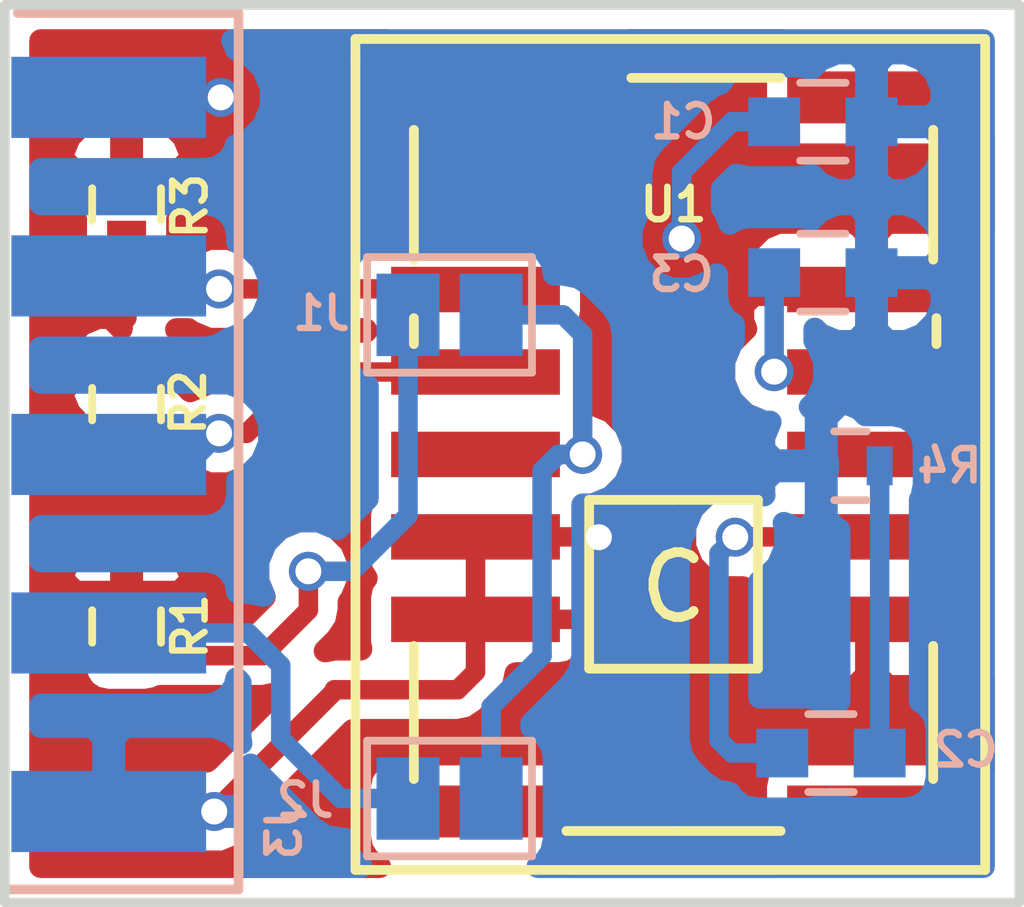
<source format=kicad_pcb>
(kicad_pcb (version 4) (host pcbnew 4.0.7-e2-6376~58~ubuntu16.04.1)

  (general
    (links 22)
    (no_connects 0)
    (area 151.399999 90.95 167.275001 105.925)
    (thickness 1.6)
    (drawings 5)
    (tracks 100)
    (zones 0)
    (modules 11)
    (nets 11)
  )

  (page A4)
  (layers
    (0 F.Cu signal)
    (31 B.Cu signal)
    (32 B.Adhes user)
    (33 F.Adhes user)
    (34 B.Paste user)
    (35 F.Paste user)
    (36 B.SilkS user)
    (37 F.SilkS user)
    (38 B.Mask user)
    (39 F.Mask user)
    (40 Dwgs.User user)
    (41 Cmts.User user)
    (42 Eco1.User user)
    (43 Eco2.User user)
    (44 Edge.Cuts user)
    (45 Margin user)
    (46 B.CrtYd user)
    (47 F.CrtYd user)
    (48 B.Fab user hide)
    (49 F.Fab user hide)
  )

  (setup
    (last_trace_width 0.3)
    (user_trace_width 0.3)
    (trace_clearance 0.2)
    (zone_clearance 0.3)
    (zone_45_only no)
    (trace_min 0.2)
    (segment_width 0.2)
    (edge_width 0.15)
    (via_size 0.6)
    (via_drill 0.4)
    (via_min_size 0.4)
    (via_min_drill 0.3)
    (uvia_size 0.3)
    (uvia_drill 0.1)
    (uvias_allowed no)
    (uvia_min_size 0.2)
    (uvia_min_drill 0.1)
    (pcb_text_width 0.3)
    (pcb_text_size 1.5 1.5)
    (mod_edge_width 0.15)
    (mod_text_size 0.5 0.5)
    (mod_text_width 0.1)
    (pad_size 1.524 1.524)
    (pad_drill 0.762)
    (pad_to_mask_clearance 0.2)
    (aux_axis_origin 0 0)
    (visible_elements FFFEFF7F)
    (pcbplotparams
      (layerselection 0x010fc_80000001)
      (usegerberextensions false)
      (excludeedgelayer true)
      (linewidth 0.100000)
      (plotframeref false)
      (viasonmask false)
      (mode 1)
      (useauxorigin false)
      (hpglpennumber 1)
      (hpglpenspeed 20)
      (hpglpendiameter 15)
      (hpglpenoverlay 2)
      (psnegative false)
      (psa4output false)
      (plotreference true)
      (plotvalue true)
      (plotinvisibletext false)
      (padsonsilk false)
      (subtractmaskfromsilk false)
      (outputformat 1)
      (mirror false)
      (drillshape 0)
      (scaleselection 1)
      (outputdirectory gerber/))
  )

  (net 0 "")
  (net 1 GND)
  (net 2 VCC)
  (net 3 "Net-(C2-Pad2)")
  (net 4 "Net-(J1-Pad1)")
  (net 5 "Net-(J1-Pad2)")
  (net 6 INT)
  (net 7 SCL)
  (net 8 SDA)
  (net 9 "Net-(C2-Pad1)")
  (net 10 "Net-(C3-Pad1)")

  (net_class Default "This is the default net class."
    (clearance 0.2)
    (trace_width 0.25)
    (via_dia 0.6)
    (via_drill 0.4)
    (uvia_dia 0.3)
    (uvia_drill 0.1)
    (add_net GND)
    (add_net INT)
    (add_net "Net-(C2-Pad1)")
    (add_net "Net-(C2-Pad2)")
    (add_net "Net-(C3-Pad1)")
    (add_net "Net-(J1-Pad1)")
    (add_net "Net-(J1-Pad2)")
    (add_net SCL)
    (add_net SDA)
    (add_net VCC)
  )

  (module Capacitors_SMD:C_0603 (layer B.Cu) (tedit 5B61CE9C) (tstamp 5B61CBBE)
    (at 164.175 93.05)
    (descr "Capacitor SMD 0603, reflow soldering, AVX (see smccp.pdf)")
    (tags "capacitor 0603")
    (path /5B61E6F6)
    (attr smd)
    (fp_text reference C1 (at -2.15 0) (layer B.SilkS)
      (effects (font (size 0.5 0.5) (thickness 0.1)) (justify mirror))
    )
    (fp_text value 10u (at 0 -1.5) (layer B.Fab)
      (effects (font (size 0.5 0.5) (thickness 0.1)) (justify mirror))
    )
    (fp_line (start 1.4 -0.65) (end -1.4 -0.65) (layer B.CrtYd) (width 0.05))
    (fp_line (start 1.4 -0.65) (end 1.4 0.65) (layer B.CrtYd) (width 0.05))
    (fp_line (start -1.4 0.65) (end -1.4 -0.65) (layer B.CrtYd) (width 0.05))
    (fp_line (start -1.4 0.65) (end 1.4 0.65) (layer B.CrtYd) (width 0.05))
    (fp_line (start 0.35 -0.6) (end -0.35 -0.6) (layer B.SilkS) (width 0.12))
    (fp_line (start -0.35 0.6) (end 0.35 0.6) (layer B.SilkS) (width 0.12))
    (fp_line (start -0.8 0.4) (end 0.8 0.4) (layer B.Fab) (width 0.1))
    (fp_line (start 0.8 0.4) (end 0.8 -0.4) (layer B.Fab) (width 0.1))
    (fp_line (start 0.8 -0.4) (end -0.8 -0.4) (layer B.Fab) (width 0.1))
    (fp_line (start -0.8 -0.4) (end -0.8 0.4) (layer B.Fab) (width 0.1))
    (fp_text user %R (at 0 0) (layer B.Fab)
      (effects (font (size 0.5 0.5) (thickness 0.1)) (justify mirror))
    )
    (pad 2 smd rect (at 0.75 0) (size 0.8 0.75) (layers B.Cu B.Paste B.Mask)
      (net 1 GND))
    (pad 1 smd rect (at -0.75 0) (size 0.8 0.75) (layers B.Cu B.Paste B.Mask)
      (net 2 VCC))
    (model Capacitors_SMD.3dshapes/C_0603.wrl
      (at (xyz 0 0 0))
      (scale (xyz 1 1 1))
      (rotate (xyz 0 0 0))
    )
  )

  (module Capacitors_SMD:C_0603 (layer B.Cu) (tedit 5B61CEC1) (tstamp 5B61CBC4)
    (at 164.3 102.775)
    (descr "Capacitor SMD 0603, reflow soldering, AVX (see smccp.pdf)")
    (tags "capacitor 0603")
    (path /5B61E5EF)
    (attr smd)
    (fp_text reference C2 (at 2.075 -0.05) (layer B.SilkS)
      (effects (font (size 0.5 0.5) (thickness 0.1)) (justify mirror))
    )
    (fp_text value 1u (at 0 -1.5) (layer B.Fab)
      (effects (font (size 0.5 0.5) (thickness 0.1)) (justify mirror))
    )
    (fp_line (start 1.4 -0.65) (end -1.4 -0.65) (layer B.CrtYd) (width 0.05))
    (fp_line (start 1.4 -0.65) (end 1.4 0.65) (layer B.CrtYd) (width 0.05))
    (fp_line (start -1.4 0.65) (end -1.4 -0.65) (layer B.CrtYd) (width 0.05))
    (fp_line (start -1.4 0.65) (end 1.4 0.65) (layer B.CrtYd) (width 0.05))
    (fp_line (start 0.35 -0.6) (end -0.35 -0.6) (layer B.SilkS) (width 0.12))
    (fp_line (start -0.35 0.6) (end 0.35 0.6) (layer B.SilkS) (width 0.12))
    (fp_line (start -0.8 0.4) (end 0.8 0.4) (layer B.Fab) (width 0.1))
    (fp_line (start 0.8 0.4) (end 0.8 -0.4) (layer B.Fab) (width 0.1))
    (fp_line (start 0.8 -0.4) (end -0.8 -0.4) (layer B.Fab) (width 0.1))
    (fp_line (start -0.8 -0.4) (end -0.8 0.4) (layer B.Fab) (width 0.1))
    (fp_text user %R (at 0 0) (layer B.Fab)
      (effects (font (size 0.5 0.5) (thickness 0.1)) (justify mirror))
    )
    (pad 2 smd rect (at 0.75 0) (size 0.8 0.75) (layers B.Cu B.Paste B.Mask)
      (net 3 "Net-(C2-Pad2)"))
    (pad 1 smd rect (at -0.75 0) (size 0.8 0.75) (layers B.Cu B.Paste B.Mask)
      (net 9 "Net-(C2-Pad1)"))
    (model Capacitors_SMD.3dshapes/C_0603.wrl
      (at (xyz 0 0 0))
      (scale (xyz 1 1 1))
      (rotate (xyz 0 0 0))
    )
  )

  (module Capacitors_SMD:C_0603 (layer B.Cu) (tedit 5B61CE7A) (tstamp 5B61CBCA)
    (at 164.175 95.375)
    (descr "Capacitor SMD 0603, reflow soldering, AVX (see smccp.pdf)")
    (tags "capacitor 0603")
    (path /5B61E53C)
    (attr smd)
    (fp_text reference C3 (at -2.175 0.025) (layer B.SilkS)
      (effects (font (size 0.5 0.5) (thickness 0.1)) (justify mirror))
    )
    (fp_text value 1.5u (at 0 -1.5) (layer B.Fab)
      (effects (font (size 0.5 0.5) (thickness 0.1)) (justify mirror))
    )
    (fp_line (start 1.4 -0.65) (end -1.4 -0.65) (layer B.CrtYd) (width 0.05))
    (fp_line (start 1.4 -0.65) (end 1.4 0.65) (layer B.CrtYd) (width 0.05))
    (fp_line (start -1.4 0.65) (end -1.4 -0.65) (layer B.CrtYd) (width 0.05))
    (fp_line (start -1.4 0.65) (end 1.4 0.65) (layer B.CrtYd) (width 0.05))
    (fp_line (start 0.35 -0.6) (end -0.35 -0.6) (layer B.SilkS) (width 0.12))
    (fp_line (start -0.35 0.6) (end 0.35 0.6) (layer B.SilkS) (width 0.12))
    (fp_line (start -0.8 0.4) (end 0.8 0.4) (layer B.Fab) (width 0.1))
    (fp_line (start 0.8 0.4) (end 0.8 -0.4) (layer B.Fab) (width 0.1))
    (fp_line (start 0.8 -0.4) (end -0.8 -0.4) (layer B.Fab) (width 0.1))
    (fp_line (start -0.8 -0.4) (end -0.8 0.4) (layer B.Fab) (width 0.1))
    (fp_text user %R (at 0 0) (layer B.Fab)
      (effects (font (size 0.5 0.5) (thickness 0.1)) (justify mirror))
    )
    (pad 2 smd rect (at 0.75 0) (size 0.8 0.75) (layers B.Cu B.Paste B.Mask)
      (net 1 GND))
    (pad 1 smd rect (at -0.75 0) (size 0.8 0.75) (layers B.Cu B.Paste B.Mask)
      (net 10 "Net-(C3-Pad1)"))
    (model Capacitors_SMD.3dshapes/C_0603.wrl
      (at (xyz 0 0 0))
      (scale (xyz 1 1 1))
      (rotate (xyz 0 0 0))
    )
  )

  (module Connectors:GS2 (layer B.Cu) (tedit 5B61D235) (tstamp 5B61CBD0)
    (at 158.425 96.025 270)
    (descr "2-pin solder bridge")
    (tags "solder bridge")
    (path /5B61F4E3)
    (attr smd)
    (fp_text reference J1 (at -0.025 1.975 540) (layer B.SilkS)
      (effects (font (size 0.5 0.5) (thickness 0.1)) (justify mirror))
    )
    (fp_text value PulCon (at -1.8 0 540) (layer B.Fab)
      (effects (font (size 0.5 0.5) (thickness 0.1)) (justify mirror))
    )
    (fp_line (start 1.1 1.45) (end 1.1 -1.5) (layer B.CrtYd) (width 0.05))
    (fp_line (start 1.1 -1.5) (end -1.1 -1.5) (layer B.CrtYd) (width 0.05))
    (fp_line (start -1.1 -1.5) (end -1.1 1.45) (layer B.CrtYd) (width 0.05))
    (fp_line (start -1.1 1.45) (end 1.1 1.45) (layer B.CrtYd) (width 0.05))
    (fp_line (start -0.89 1.27) (end -0.89 -1.27) (layer B.SilkS) (width 0.12))
    (fp_line (start 0.89 -1.27) (end 0.89 1.27) (layer B.SilkS) (width 0.12))
    (fp_line (start 0.89 -1.27) (end -0.89 -1.27) (layer B.SilkS) (width 0.12))
    (fp_line (start -0.89 1.27) (end 0.89 1.27) (layer B.SilkS) (width 0.12))
    (pad 1 smd rect (at 0 0.64 270) (size 1.27 0.97) (layers B.Cu B.Paste B.Mask)
      (net 4 "Net-(J1-Pad1)"))
    (pad 2 smd rect (at 0 -0.64 270) (size 1.27 0.97) (layers B.Cu B.Paste B.Mask)
      (net 5 "Net-(J1-Pad2)"))
  )

  (module Connectors:GS2 (layer B.Cu) (tedit 5B61D22F) (tstamp 5B61CBD6)
    (at 158.425 103.475 90)
    (descr "2-pin solder bridge")
    (tags "solder bridge")
    (path /5B61EDE1)
    (attr smd)
    (fp_text reference J2 (at -0.025 -2.225 360) (layer B.SilkS)
      (effects (font (size 0.5 0.5) (thickness 0.1)) (justify mirror))
    )
    (fp_text value IntCon (at -1.8 0 360) (layer B.Fab)
      (effects (font (size 0.5 0.5) (thickness 0.1)) (justify mirror))
    )
    (fp_line (start 1.1 1.45) (end 1.1 -1.5) (layer B.CrtYd) (width 0.05))
    (fp_line (start 1.1 -1.5) (end -1.1 -1.5) (layer B.CrtYd) (width 0.05))
    (fp_line (start -1.1 -1.5) (end -1.1 1.45) (layer B.CrtYd) (width 0.05))
    (fp_line (start -1.1 1.45) (end 1.1 1.45) (layer B.CrtYd) (width 0.05))
    (fp_line (start -0.89 1.27) (end -0.89 -1.27) (layer B.SilkS) (width 0.12))
    (fp_line (start 0.89 -1.27) (end 0.89 1.27) (layer B.SilkS) (width 0.12))
    (fp_line (start 0.89 -1.27) (end -0.89 -1.27) (layer B.SilkS) (width 0.12))
    (fp_line (start -0.89 1.27) (end 0.89 1.27) (layer B.SilkS) (width 0.12))
    (pad 1 smd rect (at 0 0.64 90) (size 1.27 0.97) (layers B.Cu B.Paste B.Mask)
      (net 5 "Net-(J1-Pad2)"))
    (pad 2 smd rect (at 0 -0.64 90) (size 1.27 0.97) (layers B.Cu B.Paste B.Mask)
      (net 6 INT))
  )

  (module Resistors_SMD:R_0402 (layer F.Cu) (tedit 5B61D66B) (tstamp 5B61CBEE)
    (at 153.45 100.825 270)
    (descr "Resistor SMD 0402, reflow soldering, Vishay (see dcrcw.pdf)")
    (tags "resistor 0402")
    (path /5B61F09D)
    (attr smd)
    (fp_text reference R1 (at 0 -0.975 270) (layer F.SilkS)
      (effects (font (size 0.5 0.5) (thickness 0.1)))
    )
    (fp_text value 10k (at 0 1.45 270) (layer F.Fab)
      (effects (font (size 0.5 0.5) (thickness 0.1)))
    )
    (fp_text user %R (at 0 -1.35 270) (layer F.Fab)
      (effects (font (size 0.5 0.5) (thickness 0.1)))
    )
    (fp_line (start -0.5 0.25) (end -0.5 -0.25) (layer F.Fab) (width 0.1))
    (fp_line (start 0.5 0.25) (end -0.5 0.25) (layer F.Fab) (width 0.1))
    (fp_line (start 0.5 -0.25) (end 0.5 0.25) (layer F.Fab) (width 0.1))
    (fp_line (start -0.5 -0.25) (end 0.5 -0.25) (layer F.Fab) (width 0.1))
    (fp_line (start 0.25 -0.53) (end -0.25 -0.53) (layer F.SilkS) (width 0.12))
    (fp_line (start -0.25 0.53) (end 0.25 0.53) (layer F.SilkS) (width 0.12))
    (fp_line (start -0.8 -0.45) (end 0.8 -0.45) (layer F.CrtYd) (width 0.05))
    (fp_line (start -0.8 -0.45) (end -0.8 0.45) (layer F.CrtYd) (width 0.05))
    (fp_line (start 0.8 0.45) (end 0.8 -0.45) (layer F.CrtYd) (width 0.05))
    (fp_line (start 0.8 0.45) (end -0.8 0.45) (layer F.CrtYd) (width 0.05))
    (pad 1 smd rect (at -0.45 0 270) (size 0.4 0.6) (layers F.Cu F.Paste F.Mask)
      (net 2 VCC))
    (pad 2 smd rect (at 0.45 0 270) (size 0.4 0.6) (layers F.Cu F.Paste F.Mask)
      (net 4 "Net-(J1-Pad1)"))
    (model ${KISYS3DMOD}/Resistors_SMD.3dshapes/R_0402.wrl
      (at (xyz 0 0 0))
      (scale (xyz 1 1 1))
      (rotate (xyz 0 0 0))
    )
  )

  (module Resistors_SMD:R_0402 (layer F.Cu) (tedit 5B61CCA8) (tstamp 5B61CBF4)
    (at 153.45 97.4 270)
    (descr "Resistor SMD 0402, reflow soldering, Vishay (see dcrcw.pdf)")
    (tags "resistor 0402")
    (path /5B61F1E8)
    (attr smd)
    (fp_text reference R2 (at -0.025 -0.95 270) (layer F.SilkS)
      (effects (font (size 0.5 0.5) (thickness 0.1)))
    )
    (fp_text value 10k (at 0 1.45 270) (layer F.Fab)
      (effects (font (size 0.5 0.5) (thickness 0.1)))
    )
    (fp_text user %R (at 0 -1.35 270) (layer F.Fab)
      (effects (font (size 0.5 0.5) (thickness 0.1)))
    )
    (fp_line (start -0.5 0.25) (end -0.5 -0.25) (layer F.Fab) (width 0.1))
    (fp_line (start 0.5 0.25) (end -0.5 0.25) (layer F.Fab) (width 0.1))
    (fp_line (start 0.5 -0.25) (end 0.5 0.25) (layer F.Fab) (width 0.1))
    (fp_line (start -0.5 -0.25) (end 0.5 -0.25) (layer F.Fab) (width 0.1))
    (fp_line (start 0.25 -0.53) (end -0.25 -0.53) (layer F.SilkS) (width 0.12))
    (fp_line (start -0.25 0.53) (end 0.25 0.53) (layer F.SilkS) (width 0.12))
    (fp_line (start -0.8 -0.45) (end 0.8 -0.45) (layer F.CrtYd) (width 0.05))
    (fp_line (start -0.8 -0.45) (end -0.8 0.45) (layer F.CrtYd) (width 0.05))
    (fp_line (start 0.8 0.45) (end 0.8 -0.45) (layer F.CrtYd) (width 0.05))
    (fp_line (start 0.8 0.45) (end -0.8 0.45) (layer F.CrtYd) (width 0.05))
    (pad 1 smd rect (at -0.45 0 270) (size 0.4 0.6) (layers F.Cu F.Paste F.Mask)
      (net 2 VCC))
    (pad 2 smd rect (at 0.45 0 270) (size 0.4 0.6) (layers F.Cu F.Paste F.Mask)
      (net 7 SCL))
    (model ${KISYS3DMOD}/Resistors_SMD.3dshapes/R_0402.wrl
      (at (xyz 0 0 0))
      (scale (xyz 1 1 1))
      (rotate (xyz 0 0 0))
    )
  )

  (module Resistors_SMD:R_0402 (layer F.Cu) (tedit 5B61CC94) (tstamp 5B61CBFA)
    (at 153.45 94.325 270)
    (descr "Resistor SMD 0402, reflow soldering, Vishay (see dcrcw.pdf)")
    (tags "resistor 0402")
    (path /5B61F258)
    (attr smd)
    (fp_text reference R3 (at 0.025 -0.975 270) (layer F.SilkS)
      (effects (font (size 0.5 0.5) (thickness 0.1)))
    )
    (fp_text value 10k (at 0 1.45 270) (layer F.Fab)
      (effects (font (size 0.5 0.5) (thickness 0.1)))
    )
    (fp_text user %R (at 0 -1.35 270) (layer F.Fab)
      (effects (font (size 0.5 0.5) (thickness 0.1)))
    )
    (fp_line (start -0.5 0.25) (end -0.5 -0.25) (layer F.Fab) (width 0.1))
    (fp_line (start 0.5 0.25) (end -0.5 0.25) (layer F.Fab) (width 0.1))
    (fp_line (start 0.5 -0.25) (end 0.5 0.25) (layer F.Fab) (width 0.1))
    (fp_line (start -0.5 -0.25) (end 0.5 -0.25) (layer F.Fab) (width 0.1))
    (fp_line (start 0.25 -0.53) (end -0.25 -0.53) (layer F.SilkS) (width 0.12))
    (fp_line (start -0.25 0.53) (end 0.25 0.53) (layer F.SilkS) (width 0.12))
    (fp_line (start -0.8 -0.45) (end 0.8 -0.45) (layer F.CrtYd) (width 0.05))
    (fp_line (start -0.8 -0.45) (end -0.8 0.45) (layer F.CrtYd) (width 0.05))
    (fp_line (start 0.8 0.45) (end 0.8 -0.45) (layer F.CrtYd) (width 0.05))
    (fp_line (start 0.8 0.45) (end -0.8 0.45) (layer F.CrtYd) (width 0.05))
    (pad 1 smd rect (at -0.45 0 270) (size 0.4 0.6) (layers F.Cu F.Paste F.Mask)
      (net 2 VCC))
    (pad 2 smd rect (at 0.45 0 270) (size 0.4 0.6) (layers F.Cu F.Paste F.Mask)
      (net 8 SDA))
    (model ${KISYS3DMOD}/Resistors_SMD.3dshapes/R_0402.wrl
      (at (xyz 0 0 0))
      (scale (xyz 1 1 1))
      (rotate (xyz 0 0 0))
    )
  )

  (module Resistors_SMD:R_0402 (layer B.Cu) (tedit 5B61CE7D) (tstamp 5B61CC00)
    (at 164.6 98.35 180)
    (descr "Resistor SMD 0402, reflow soldering, Vishay (see dcrcw.pdf)")
    (tags "resistor 0402")
    (path /5B61ECC3)
    (attr smd)
    (fp_text reference R4 (at -1.525 0 180) (layer B.SilkS)
      (effects (font (size 0.5 0.5) (thickness 0.1)) (justify mirror))
    )
    (fp_text value 20R (at 0 -1.45 180) (layer B.Fab)
      (effects (font (size 0.5 0.5) (thickness 0.1)) (justify mirror))
    )
    (fp_text user %R (at 0 1.35 180) (layer B.Fab)
      (effects (font (size 0.5 0.5) (thickness 0.1)) (justify mirror))
    )
    (fp_line (start -0.5 -0.25) (end -0.5 0.25) (layer B.Fab) (width 0.1))
    (fp_line (start 0.5 -0.25) (end -0.5 -0.25) (layer B.Fab) (width 0.1))
    (fp_line (start 0.5 0.25) (end 0.5 -0.25) (layer B.Fab) (width 0.1))
    (fp_line (start -0.5 0.25) (end 0.5 0.25) (layer B.Fab) (width 0.1))
    (fp_line (start 0.25 0.53) (end -0.25 0.53) (layer B.SilkS) (width 0.12))
    (fp_line (start -0.25 -0.53) (end 0.25 -0.53) (layer B.SilkS) (width 0.12))
    (fp_line (start -0.8 0.45) (end 0.8 0.45) (layer B.CrtYd) (width 0.05))
    (fp_line (start -0.8 0.45) (end -0.8 -0.45) (layer B.CrtYd) (width 0.05))
    (fp_line (start 0.8 -0.45) (end 0.8 0.45) (layer B.CrtYd) (width 0.05))
    (fp_line (start 0.8 -0.45) (end -0.8 -0.45) (layer B.CrtYd) (width 0.05))
    (pad 1 smd rect (at -0.45 0 180) (size 0.4 0.6) (layers B.Cu B.Paste B.Mask)
      (net 3 "Net-(C2-Pad2)"))
    (pad 2 smd rect (at 0.45 0 180) (size 0.4 0.6) (layers B.Cu B.Paste B.Mask)
      (net 1 GND))
    (model ${KISYS3DMOD}/Resistors_SMD.3dshapes/R_0402.wrl
      (at (xyz 0 0 0))
      (scale (xyz 1 1 1))
      (rotate (xyz 0 0 0))
    )
  )

  (module footprint:AMGCam (layer B.Cu) (tedit 5B608694) (tstamp 5B61DD5A)
    (at 153.175 98.175 90)
    (path /5B6217EE)
    (fp_text reference J3 (at -5.8 2.7 90) (layer B.SilkS)
      (effects (font (size 0.5 0.5) (thickness 0.1)) (justify mirror))
    )
    (fp_text value Camera (at 0 2.7 90) (layer B.Fab)
      (effects (font (size 0.5 0.5) (thickness 0.1)) (justify mirror))
    )
    (fp_line (start 6.8 -1.4) (end 6.8 2) (layer B.SilkS) (width 0.15))
    (fp_line (start 6.8 2) (end -6.6 2) (layer B.SilkS) (width 0.15))
    (fp_line (start -6.6 2) (end -6.7 2) (layer B.SilkS) (width 0.15))
    (fp_line (start -6.7 2) (end -6.7 -1.5) (layer B.SilkS) (width 0.15))
    (pad 1 smd rect (at -5.5 0 90) (size 1.25 3) (layers B.Cu B.Paste B.Mask)
      (net 1 GND))
    (pad 2 smd rect (at -2.75 0 90) (size 1.25 3) (layers B.Cu B.Paste B.Mask)
      (net 6 INT))
    (pad 3 smd rect (at 0 0 90) (size 1.25 3) (layers B.Cu B.Paste B.Mask)
      (net 7 SCL))
    (pad 4 smd rect (at 2.75 0 90) (size 1.25 3) (layers B.Cu B.Paste B.Mask)
      (net 8 SDA))
    (pad 5 smd rect (at 5.5 0 90) (size 1.25 3) (layers B.Cu B.Paste B.Mask)
      (net 2 VCC))
  )

  (module footprint:AMG8833 (layer F.Cu) (tedit 5B61C99E) (tstamp 5B61DD62)
    (at 161.875 98.175)
    (path /5B61E388)
    (fp_text reference U1 (at 0 -3.85) (layer F.SilkS)
      (effects (font (size 0.5 0.5) (thickness 0.1)))
    )
    (fp_text value AMG8833 (at 0.05 -3.95) (layer F.Fab)
      (effects (font (size 1 1) (thickness 0.15)))
    )
    (fp_text user C (at 0 2.05) (layer F.SilkS)
      (effects (font (size 1 1) (thickness 0.15)))
    )
    (fp_line (start 0 5.8) (end -1.65 5.8) (layer F.SilkS) (width 0.15))
    (fp_line (start 0 5.8) (end 1.65 5.8) (layer F.SilkS) (width 0.15))
    (fp_line (start 0 -5.8) (end 1.65 -5.8) (layer F.SilkS) (width 0.15))
    (fp_line (start 0 -5.8) (end -0.65 -5.8) (layer F.SilkS) (width 0.15))
    (fp_line (start 4 3) (end 4 2.95) (layer F.SilkS) (width 0.15))
    (fp_line (start 4 3) (end 4 5) (layer F.SilkS) (width 0.15))
    (fp_line (start -4 2.95) (end -4 5) (layer F.SilkS) (width 0.15))
    (fp_line (start 4.05 -1.75) (end 4.05 -1.7) (layer F.SilkS) (width 0.15))
    (fp_line (start 4.05 -2.1) (end 4.05 -1.75) (layer F.SilkS) (width 0.15))
    (fp_line (start 4 -3.1) (end 4 -3) (layer F.SilkS) (width 0.15))
    (fp_line (start 4 -4.9) (end 4 -5) (layer F.SilkS) (width 0.15))
    (fp_line (start -4 -4.9) (end -4 -5) (layer F.SilkS) (width 0.15))
    (fp_line (start -4 -3.1) (end -4 -3) (layer F.SilkS) (width 0.15))
    (fp_line (start -4 -1.75) (end -4 -1.7) (layer F.SilkS) (width 0.15))
    (fp_line (start -4 -2.1) (end -4 -1.75) (layer F.SilkS) (width 0.15))
    (fp_line (start 4 -4.8) (end 4 -4.9) (layer F.SilkS) (width 0.15))
    (fp_line (start -4 -4.8) (end -4 -4.9) (layer F.SilkS) (width 0.15))
    (fp_line (start 0 0.7) (end 1.3 0.7) (layer F.SilkS) (width 0.15))
    (fp_line (start 1.3 0.7) (end 1.3 3.3) (layer F.SilkS) (width 0.15))
    (fp_line (start 1.3 3.3) (end -1.3 3.3) (layer F.SilkS) (width 0.15))
    (fp_line (start -1.3 3.3) (end -1.3 0.7) (layer F.SilkS) (width 0.15))
    (fp_line (start -1.3 0.7) (end 0 0.7) (layer F.SilkS) (width 0.15))
    (fp_line (start -4 -3.1) (end -4 -4.8) (layer F.SilkS) (width 0.15))
    (fp_line (start 4 -4.8) (end 4 -3.1) (layer F.SilkS) (width 0.15))
    (fp_line (start -4.7 -6.4) (end 4.8 -6.4) (layer F.SilkS) (width 0.15))
    (fp_line (start 4.8 -6.4) (end 4.8 6.4) (layer F.SilkS) (width 0.15))
    (fp_line (start 4.8 6.4) (end -4.9 6.4) (layer F.SilkS) (width 0.15))
    (fp_line (start -4.9 6.4) (end -4.9 -6.1) (layer F.SilkS) (width 0.15))
    (fp_line (start -4.9 -6.1) (end -4.9 -6.4) (layer F.SilkS) (width 0.15))
    (fp_line (start -4.9 -6.4) (end -4.7 -6.4) (layer F.SilkS) (width 0.15))
    (pad 1 smd rect (at -2.55 -5.5 90) (size 0.8 3.6) (layers F.Cu F.Paste F.Mask))
    (pad 4 smd rect (at -3.05 0 90) (size 0.7 2.6) (layers F.Cu F.Paste F.Mask)
      (net 5 "Net-(J1-Pad2)"))
    (pad 5 smd rect (at -3.05 1.27 90) (size 0.7 2.6) (layers F.Cu F.Paste F.Mask)
      (net 1 GND))
    (pad 6 smd rect (at -3.05 2.54 90) (size 0.7 2.6) (layers F.Cu F.Paste F.Mask)
      (net 1 GND))
    (pad 3 smd rect (at -3.05 -1.27 90) (size 0.7 2.6) (layers F.Cu F.Paste F.Mask)
      (net 7 SCL))
    (pad 2 smd rect (at -3.05 -2.54 90) (size 0.7 2.6) (layers F.Cu F.Paste F.Mask)
      (net 8 SDA))
    (pad 13 smd rect (at 3.05 -2.54 90) (size 0.7 2.6) (layers F.Cu F.Paste F.Mask)
      (net 2 VCC))
    (pad 9 smd rect (at 3.05 2.54 90) (size 0.7 2.6) (layers F.Cu F.Paste F.Mask)
      (net 2 VCC))
    (pad 10 smd rect (at 3.05 1.27 90) (size 0.7 2.6) (layers F.Cu F.Paste F.Mask)
      (net 9 "Net-(C2-Pad1)"))
    (pad 11 smd rect (at 3.05 0 90) (size 0.7 2.6) (layers F.Cu F.Paste F.Mask))
    (pad 12 smd rect (at 3.05 -1.27 90) (size 0.7 2.6) (layers F.Cu F.Paste F.Mask)
      (net 10 "Net-(C3-Pad1)"))
    (pad 14 smd rect (at 3.05 -5.5 90) (size 0.8 2.6) (layers F.Cu F.Paste F.Mask))
    (pad 8 smd rect (at 3.05 5.5 90) (size 0.8 2.6) (layers F.Cu F.Paste F.Mask))
    (pad 7 smd rect (at -3.05 5.5 90) (size 0.8 2.6) (layers F.Cu F.Paste F.Mask))
  )

  (gr_line (start 151.575 105.075) (end 151.575 105.05) (angle 90) (layer Edge.Cuts) (width 0.15))
  (gr_line (start 167.2 105.075) (end 151.575 105.075) (angle 90) (layer Edge.Cuts) (width 0.15))
  (gr_line (start 167.2 91.25) (end 167.2 105.075) (angle 90) (layer Edge.Cuts) (width 0.15))
  (gr_line (start 151.575 91.25) (end 167.2 91.25) (angle 90) (layer Edge.Cuts) (width 0.15))
  (gr_line (start 151.575 105.05) (end 151.575 91.25) (angle 90) (layer Edge.Cuts) (width 0.15))

  (segment (start 164.15 98.35) (end 164.15 97.725) (width 0.3) (layer B.Cu) (net 1))
  (segment (start 164.925 96.95) (end 164.925 95.375) (width 0.3) (layer B.Cu) (net 1) (tstamp 5B61E728))
  (segment (start 164.15 97.725) (end 164.925 96.95) (width 0.3) (layer B.Cu) (net 1) (tstamp 5B61E724))
  (segment (start 164.925 93.05) (end 164.925 95.375) (width 0.3) (layer B.Cu) (net 1))
  (segment (start 158.825 100.715) (end 158.825 101.525) (width 0.3) (layer F.Cu) (net 1))
  (segment (start 158.55 101.8) (end 156.65 101.8) (width 0.3) (layer F.Cu) (net 1) (tstamp 5B61E664))
  (segment (start 158.825 101.525) (end 158.55 101.8) (width 0.3) (layer F.Cu) (net 1) (tstamp 5B61E663))
  (segment (start 158.825 100.715) (end 160.535 100.715) (width 0.3) (layer F.Cu) (net 1))
  (segment (start 160.725 100.525) (end 160.725 99.45) (width 0.3) (layer F.Cu) (net 1) (tstamp 5B61E652))
  (segment (start 160.535 100.715) (end 160.725 100.525) (width 0.3) (layer F.Cu) (net 1) (tstamp 5B61E651))
  (segment (start 158.825 99.445) (end 158.825 100.715) (width 0.3) (layer F.Cu) (net 1))
  (segment (start 162.35 98.35) (end 161.55 99.15) (width 0.3) (layer B.Cu) (net 1))
  (segment (start 161.55 99.15) (end 161.25 99.45) (width 0.3) (layer B.Cu) (net 1) (tstamp 5B61E1D4))
  (segment (start 161.25 99.45) (end 160.725 99.45) (width 0.3) (layer B.Cu) (net 1) (tstamp 5B61E1D7))
  (via (at 160.725 99.45) (size 0.6) (drill 0.4) (layers F.Cu B.Cu) (net 1))
  (segment (start 160.72 99.445) (end 158.825 99.445) (width 0.3) (layer F.Cu) (net 1) (tstamp 5B61E1E6))
  (segment (start 160.725 99.45) (end 160.72 99.445) (width 0.3) (layer F.Cu) (net 1) (tstamp 5B61E1E5))
  (segment (start 164.15 98.35) (end 162.35 98.35) (width 0.3) (layer B.Cu) (net 1))
  (segment (start 156.65 101.8) (end 156.65 101.825) (width 0.3) (layer F.Cu) (net 1) (tstamp 5B61E668))
  (segment (start 153.175 103.675) (end 154.8 103.675) (width 0.3) (layer B.Cu) (net 1))
  (segment (start 154.8 103.675) (end 156.65 101.825) (width 0.3) (layer F.Cu) (net 1) (tstamp 5B61DE5F))
  (via (at 154.8 103.675) (size 0.6) (drill 0.4) (layers F.Cu B.Cu) (net 1))
  (segment (start 157.76 100.715) (end 158.825 100.715) (width 0.3) (layer F.Cu) (net 1) (tstamp 5B61DE60))
  (segment (start 163.425 93.05) (end 162.775 93.05) (width 0.3) (layer B.Cu) (net 2))
  (via (at 162 94.85) (size 0.6) (drill 0.4) (layers F.Cu B.Cu) (net 2))
  (segment (start 162 93.825) (end 162 94.85) (width 0.3) (layer B.Cu) (net 2) (tstamp 5B61E715))
  (segment (start 162.775 93.05) (end 162 93.825) (width 0.3) (layer B.Cu) (net 2) (tstamp 5B61E710))
  (segment (start 164.925 95.635) (end 162.785 95.635) (width 0.3) (layer F.Cu) (net 2))
  (segment (start 156.2 93.975) (end 154.9 92.675) (width 0.3) (layer F.Cu) (net 2) (tstamp 5B61E704))
  (segment (start 161.125 93.975) (end 156.2 93.975) (width 0.3) (layer F.Cu) (net 2) (tstamp 5B61E702))
  (segment (start 162.785 95.635) (end 162 94.85) (width 0.3) (layer F.Cu) (net 2) (tstamp 5B61E701))
  (segment (start 162 94.85) (end 161.125 93.975) (width 0.3) (layer F.Cu) (net 2) (tstamp 5B61E71C))
  (segment (start 153.45 100.375) (end 152.775 100.375) (width 0.3) (layer F.Cu) (net 2))
  (segment (start 152.375 99.975) (end 152.375 96.55) (width 0.3) (layer F.Cu) (net 2) (tstamp 5B61E3DA))
  (segment (start 152.775 100.375) (end 152.375 99.975) (width 0.3) (layer F.Cu) (net 2) (tstamp 5B61E3D9))
  (segment (start 153.45 96.95) (end 152.775 96.95) (width 0.3) (layer F.Cu) (net 2))
  (segment (start 152.55 93.875) (end 153.45 93.875) (width 0.3) (layer F.Cu) (net 2) (tstamp 5B61E3D6))
  (segment (start 152.375 94.05) (end 152.55 93.875) (width 0.3) (layer F.Cu) (net 2) (tstamp 5B61E3D5))
  (segment (start 152.375 96.55) (end 152.375 94.05) (width 0.3) (layer F.Cu) (net 2) (tstamp 5B61E3D3))
  (segment (start 152.775 96.95) (end 152.375 96.55) (width 0.3) (layer F.Cu) (net 2) (tstamp 5B61E3D2))
  (segment (start 153.45 93.875) (end 153.45 92.8) (width 0.3) (layer F.Cu) (net 2))
  (segment (start 153.575 92.675) (end 154.9 92.675) (width 0.3) (layer F.Cu) (net 2) (tstamp 5B61E2C3))
  (segment (start 153.45 92.8) (end 153.575 92.675) (width 0.3) (layer F.Cu) (net 2) (tstamp 5B61E352))
  (segment (start 154.9 92.675) (end 153.175 92.675) (width 0.3) (layer B.Cu) (net 2) (tstamp 5B61E218))
  (via (at 154.9 92.675) (size 0.6) (drill 0.4) (layers F.Cu B.Cu) (net 2))
  (segment (start 164.925 100.715) (end 162.44 100.715) (width 0.3) (layer F.Cu) (net 2))
  (segment (start 162.665 95.635) (end 164.925 95.635) (width 0.3) (layer F.Cu) (net 2) (tstamp 5B61E1B8))
  (segment (start 161.875 96.425) (end 162.665 95.635) (width 0.3) (layer F.Cu) (net 2) (tstamp 5B61E1B7))
  (segment (start 161.875 100.15) (end 161.875 96.425) (width 0.3) (layer F.Cu) (net 2) (tstamp 5B61E1B3))
  (segment (start 162.44 100.715) (end 161.875 100.15) (width 0.3) (layer F.Cu) (net 2) (tstamp 5B61E1B1))
  (segment (start 165.05 98.35) (end 165.05 102.775) (width 0.3) (layer B.Cu) (net 3))
  (segment (start 156.25 99.975) (end 156.25 100.575) (width 0.3) (layer F.Cu) (net 4))
  (segment (start 155.55 101.275) (end 154.975 101.275) (width 0.3) (layer F.Cu) (net 4) (tstamp 5B61E7D2))
  (segment (start 156.25 100.575) (end 155.55 101.275) (width 0.3) (layer F.Cu) (net 4) (tstamp 5B61E7CF))
  (segment (start 156.25 99.975) (end 156.925 99.975) (width 0.3) (layer B.Cu) (net 4))
  (segment (start 157.785 99.115) (end 157.785 96.025) (width 0.3) (layer B.Cu) (net 4) (tstamp 5B61E7CA) (status 800000))
  (segment (start 156.925 99.975) (end 157.785 99.115) (width 0.3) (layer B.Cu) (net 4) (tstamp 5B61E7C8))
  (segment (start 153.45 101.275) (end 154.975 101.275) (width 0.3) (layer F.Cu) (net 4))
  (via (at 156.25 99.975) (size 0.6) (drill 0.4) (layers F.Cu B.Cu) (net 4))
  (segment (start 159.065 96.025) (end 160.175 96.025) (width 0.3) (layer B.Cu) (net 5) (status 400000))
  (segment (start 160.475 96.325) (end 160.475 98.175) (width 0.3) (layer B.Cu) (net 5) (tstamp 5B61E753))
  (segment (start 160.175 96.025) (end 160.475 96.325) (width 0.3) (layer B.Cu) (net 5) (tstamp 5B61E751))
  (segment (start 160.475 98.175) (end 160.1 98.175) (width 0.3) (layer B.Cu) (net 5))
  (segment (start 159.065 102.06) (end 159.065 103.475) (width 0.3) (layer B.Cu) (net 5) (tstamp 5B61E5CE))
  (segment (start 159.85 101.275) (end 159.065 102.06) (width 0.3) (layer B.Cu) (net 5) (tstamp 5B61E5CC))
  (segment (start 159.85 98.425) (end 159.85 101.275) (width 0.3) (layer B.Cu) (net 5) (tstamp 5B61E5CA))
  (segment (start 160.1 98.175) (end 159.85 98.425) (width 0.3) (layer B.Cu) (net 5) (tstamp 5B61E5C8))
  (segment (start 158.825 98.175) (end 160.475 98.175) (width 0.3) (layer F.Cu) (net 5))
  (via (at 160.475 98.175) (size 0.6) (drill 0.4) (layers F.Cu B.Cu) (net 5))
  (segment (start 157.785 103.475) (end 156.75 103.475) (width 0.3) (layer B.Cu) (net 6))
  (segment (start 155.325 100.925) (end 153.175 100.925) (width 0.3) (layer B.Cu) (net 6) (tstamp 5B61DE5A))
  (segment (start 155.825 101.425) (end 155.325 100.925) (width 0.3) (layer B.Cu) (net 6) (tstamp 5B61DE59))
  (segment (start 155.825 102.55) (end 155.825 101.425) (width 0.3) (layer B.Cu) (net 6) (tstamp 5B61DE58))
  (segment (start 156.75 103.475) (end 155.825 102.55) (width 0.3) (layer B.Cu) (net 6) (tstamp 5B61DE57))
  (segment (start 153.45 97.85) (end 154.875 97.85) (width 0.3) (layer F.Cu) (net 7) (status 10))
  (segment (start 158.825 96.905) (end 156.245 96.905) (width 0.3) (layer F.Cu) (net 7))
  (segment (start 154.875 97.85) (end 154.55 98.175) (width 0.3) (layer B.Cu) (net 7) (tstamp 5B61E383))
  (via (at 154.875 97.85) (size 0.6) (drill 0.4) (layers F.Cu B.Cu) (net 7))
  (segment (start 155.3 97.85) (end 154.875 97.85) (width 0.3) (layer F.Cu) (net 7) (tstamp 5B61E37C))
  (segment (start 156.245 96.905) (end 155.3 97.85) (width 0.3) (layer F.Cu) (net 7) (tstamp 5B61E37B))
  (segment (start 154.55 98.175) (end 153.175 98.175) (width 0.3) (layer B.Cu) (net 7) (tstamp 5B61E384))
  (segment (start 154.325 98.175) (end 153.175 98.175) (width 0.3) (layer B.Cu) (net 7) (tstamp 5B61DDFF))
  (segment (start 154.875 95.625) (end 158.815 95.625) (width 0.3) (layer F.Cu) (net 8))
  (segment (start 158.815 95.625) (end 158.825 95.635) (width 0.3) (layer F.Cu) (net 8) (tstamp 5B61E36E))
  (segment (start 154.875 95.625) (end 153.875 95.625) (width 0.3) (layer F.Cu) (net 8))
  (segment (start 153.875 95.625) (end 153.45 95.2) (width 0.3) (layer F.Cu) (net 8) (tstamp 5B61E36A))
  (segment (start 153.45 94.775) (end 153.45 95.2) (width 0.3) (layer F.Cu) (net 8))
  (segment (start 154.875 95.625) (end 153.175 95.425) (width 0.3) (layer B.Cu) (net 8) (tstamp 5B61E2CB))
  (via (at 154.875 95.625) (size 0.6) (drill 0.4) (layers F.Cu B.Cu) (net 8))
  (segment (start 163.55 102.775) (end 162.775 102.775) (width 0.3) (layer B.Cu) (net 9))
  (segment (start 162.83 99.445) (end 164.925 99.445) (width 0.3) (layer F.Cu) (net 9) (tstamp 5B61E04D))
  (segment (start 162.825 99.45) (end 162.83 99.445) (width 0.3) (layer F.Cu) (net 9) (tstamp 5B61E04C))
  (via (at 162.825 99.45) (size 0.6) (drill 0.4) (layers F.Cu B.Cu) (net 9))
  (segment (start 162.575 99.7) (end 162.825 99.45) (width 0.3) (layer B.Cu) (net 9) (tstamp 5B61E04A))
  (segment (start 162.575 102.575) (end 162.575 99.7) (width 0.3) (layer B.Cu) (net 9) (tstamp 5B61E049))
  (segment (start 162.775 102.775) (end 162.575 102.575) (width 0.3) (layer B.Cu) (net 9) (tstamp 5B61E048))
  (segment (start 163.425 95.375) (end 163.425 96.9) (width 0.3) (layer B.Cu) (net 10))
  (segment (start 163.43 96.905) (end 164.925 96.905) (width 0.3) (layer F.Cu) (net 10) (tstamp 5B61E6FE))
  (segment (start 163.425 96.9) (end 163.43 96.905) (width 0.3) (layer F.Cu) (net 10) (tstamp 5B61E6FD))
  (via (at 163.425 96.9) (size 0.6) (drill 0.4) (layers F.Cu B.Cu) (net 10))

  (zone (net 2) (net_name VCC) (layer F.Cu) (tstamp 5B61E840) (hatch edge 0.508)
    (connect_pads (clearance 0.3))
    (min_thickness 0.351)
    (fill yes (arc_segments 16) (thermal_gap 0.508) (thermal_bridge_width 0.508))
    (polygon
      (pts
        (xy 167.1 104.975) (xy 151.675 104.975) (xy 151.675 91.35) (xy 167.1 91.35)
      )
    )
    (filled_polygon
      (pts
        (xy 157.34879 91.823341) (xy 157.186953 91.927481) (xy 157.078382 92.08638) (xy 157.040185 92.275) (xy 157.040185 93.075)
        (xy 157.073341 93.25121) (xy 157.177481 93.413047) (xy 157.33638 93.521618) (xy 157.525 93.559815) (xy 161.125 93.559815)
        (xy 161.30121 93.526659) (xy 161.463047 93.422519) (xy 161.571618 93.26362) (xy 161.609815 93.075) (xy 161.609815 92.275)
        (xy 161.576659 92.09879) (xy 161.472519 91.936953) (xy 161.31362 91.828382) (xy 161.175936 91.8005) (xy 163.57018 91.8005)
        (xy 163.44879 91.823341) (xy 163.286953 91.927481) (xy 163.178382 92.08638) (xy 163.140185 92.275) (xy 163.140185 93.075)
        (xy 163.173341 93.25121) (xy 163.277481 93.413047) (xy 163.43638 93.521618) (xy 163.625 93.559815) (xy 166.225 93.559815)
        (xy 166.40121 93.526659) (xy 166.563047 93.422519) (xy 166.6495 93.295991) (xy 166.6495 94.742885) (xy 166.612171 94.705556)
        (xy 166.360956 94.6015) (xy 165.174375 94.6015) (xy 165.0035 94.772375) (xy 165.0035 95.5565) (xy 165.0235 95.5565)
        (xy 165.0235 95.7135) (xy 165.0035 95.7135) (xy 165.0035 95.7335) (xy 164.8465 95.7335) (xy 164.8465 95.7135)
        (xy 163.112375 95.7135) (xy 162.9415 95.884375) (xy 162.9415 96.120957) (xy 162.99092 96.240266) (xy 162.986288 96.24218)
        (xy 162.767946 96.460141) (xy 162.649635 96.745067) (xy 162.649366 97.05358) (xy 162.76718 97.338712) (xy 162.985141 97.557054)
        (xy 163.178211 97.637223) (xy 163.140185 97.825) (xy 163.140185 98.525) (xy 163.173341 98.70121) (xy 163.220526 98.774538)
        (xy 162.979933 98.674635) (xy 162.67142 98.674366) (xy 162.386288 98.79218) (xy 162.167946 99.010141) (xy 162.049635 99.295067)
        (xy 162.049366 99.60358) (xy 162.16718 99.888712) (xy 162.385141 100.107054) (xy 162.670067 100.225365) (xy 162.942925 100.225603)
        (xy 162.9415 100.229043) (xy 162.9415 100.465625) (xy 163.112375 100.6365) (xy 164.8465 100.6365) (xy 164.8465 100.6165)
        (xy 165.0035 100.6165) (xy 165.0035 100.6365) (xy 165.0235 100.6365) (xy 165.0235 100.7935) (xy 165.0035 100.7935)
        (xy 165.0035 101.577625) (xy 165.174375 101.7485) (xy 166.360956 101.7485) (xy 166.612171 101.644444) (xy 166.6495 101.607115)
        (xy 166.6495 103.056584) (xy 166.572519 102.936953) (xy 166.41362 102.828382) (xy 166.225 102.790185) (xy 163.625 102.790185)
        (xy 163.44879 102.823341) (xy 163.286953 102.927481) (xy 163.178382 103.08638) (xy 163.140185 103.275) (xy 163.140185 104.075)
        (xy 163.173341 104.25121) (xy 163.277481 104.413047) (xy 163.43638 104.521618) (xy 163.450612 104.5245) (xy 160.304565 104.5245)
        (xy 160.463047 104.422519) (xy 160.571618 104.26362) (xy 160.609815 104.075) (xy 160.609815 103.275) (xy 160.576659 103.09879)
        (xy 160.472519 102.936953) (xy 160.31362 102.828382) (xy 160.125 102.790185) (xy 157.525 102.790185) (xy 157.34879 102.823341)
        (xy 157.186953 102.927481) (xy 157.078382 103.08638) (xy 157.040185 103.275) (xy 157.040185 104.075) (xy 157.073341 104.25121)
        (xy 157.177481 104.413047) (xy 157.33638 104.521618) (xy 157.350612 104.5245) (xy 152.1255 104.5245) (xy 152.1255 100.039043)
        (xy 152.4665 100.039043) (xy 152.4665 100.125625) (xy 152.637375 100.2965) (xy 153.3715 100.2965) (xy 153.3715 99.662375)
        (xy 153.5285 99.662375) (xy 153.5285 100.2965) (xy 154.262625 100.2965) (xy 154.4335 100.125625) (xy 154.4335 100.039043)
        (xy 154.329443 99.787828) (xy 154.137171 99.595556) (xy 153.885956 99.4915) (xy 153.699375 99.4915) (xy 153.5285 99.662375)
        (xy 153.3715 99.662375) (xy 153.200625 99.4915) (xy 153.014044 99.4915) (xy 152.762829 99.595556) (xy 152.570557 99.787828)
        (xy 152.4665 100.039043) (xy 152.1255 100.039043) (xy 152.1255 94.124375) (xy 152.4665 94.124375) (xy 152.4665 94.210957)
        (xy 152.570557 94.462172) (xy 152.66825 94.559865) (xy 152.665185 94.575) (xy 152.665185 94.975) (xy 152.698341 95.15121)
        (xy 152.802481 95.313047) (xy 152.853986 95.348239) (xy 152.872113 95.439369) (xy 153.007705 95.642295) (xy 153.43191 96.0665)
        (xy 153.371498 96.0665) (xy 153.371498 96.237373) (xy 153.200625 96.0665) (xy 153.014044 96.0665) (xy 152.762829 96.170556)
        (xy 152.570557 96.362828) (xy 152.4665 96.614043) (xy 152.4665 96.700625) (xy 152.637375 96.8715) (xy 153.3715 96.8715)
        (xy 153.3715 96.8515) (xy 153.5285 96.8515) (xy 153.5285 96.8715) (xy 154.262625 96.8715) (xy 154.4335 96.700625)
        (xy 154.4335 96.614043) (xy 154.329443 96.362828) (xy 154.217115 96.2505) (xy 154.403642 96.2505) (xy 154.435141 96.282054)
        (xy 154.720067 96.400365) (xy 155.02858 96.400634) (xy 155.313712 96.28282) (xy 155.346088 96.2505) (xy 157.130798 96.2505)
        (xy 157.143777 96.270671) (xy 157.137745 96.2795) (xy 156.245 96.2795) (xy 156.005631 96.327113) (xy 155.802705 96.462705)
        (xy 155.143583 97.121827) (xy 155.029933 97.074635) (xy 154.72142 97.074366) (xy 154.436288 97.19218) (xy 154.431292 97.197167)
        (xy 154.262625 97.0285) (xy 153.5285 97.0285) (xy 153.5285 97.0485) (xy 153.3715 97.0485) (xy 153.3715 97.0285)
        (xy 152.637375 97.0285) (xy 152.4665 97.199375) (xy 152.4665 97.285957) (xy 152.570557 97.537172) (xy 152.66825 97.634865)
        (xy 152.665185 97.65) (xy 152.665185 98.05) (xy 152.698341 98.22621) (xy 152.802481 98.388047) (xy 152.96138 98.496618)
        (xy 153.15 98.534815) (xy 153.75 98.534815) (xy 153.92621 98.501659) (xy 153.966862 98.4755) (xy 154.403642 98.4755)
        (xy 154.435141 98.507054) (xy 154.720067 98.625365) (xy 155.02858 98.625634) (xy 155.313712 98.50782) (xy 155.357557 98.464051)
        (xy 155.539369 98.427887) (xy 155.742295 98.292295) (xy 156.50409 97.5305) (xy 157.137233 97.5305) (xy 157.143777 97.540671)
        (xy 157.078382 97.63638) (xy 157.040185 97.825) (xy 157.040185 98.525) (xy 157.073341 98.70121) (xy 157.143777 98.810671)
        (xy 157.078382 98.90638) (xy 157.040185 99.095) (xy 157.040185 99.795) (xy 157.073341 99.97121) (xy 157.143777 100.080671)
        (xy 157.078382 100.17638) (xy 157.040185 100.365) (xy 157.040185 101.065) (xy 157.060789 101.1745) (xy 156.65 101.1745)
        (xy 156.506559 101.203032) (xy 156.692295 101.017296) (xy 156.782894 100.881704) (xy 156.827887 100.814368) (xy 156.8755 100.575)
        (xy 156.8755 100.446358) (xy 156.907054 100.414859) (xy 157.025365 100.129933) (xy 157.025634 99.82142) (xy 156.90782 99.536288)
        (xy 156.689859 99.317946) (xy 156.404933 99.199635) (xy 156.09642 99.199366) (xy 155.811288 99.31718) (xy 155.592946 99.535141)
        (xy 155.474635 99.820067) (xy 155.474366 100.12858) (xy 155.573034 100.367375) (xy 155.29091 100.6495) (xy 154.4335 100.6495)
        (xy 154.4335 100.624375) (xy 154.262625 100.4535) (xy 153.5285 100.4535) (xy 153.5285 100.4735) (xy 153.3715 100.4735)
        (xy 153.3715 100.4535) (xy 152.637375 100.4535) (xy 152.4665 100.624375) (xy 152.4665 100.710957) (xy 152.570557 100.962172)
        (xy 152.66825 101.059865) (xy 152.665185 101.075) (xy 152.665185 101.475) (xy 152.698341 101.65121) (xy 152.802481 101.813047)
        (xy 152.96138 101.921618) (xy 153.15 101.959815) (xy 153.75 101.959815) (xy 153.92621 101.926659) (xy 153.966862 101.9005)
        (xy 155.55 101.9005) (xy 155.72465 101.86576) (xy 154.691005 102.899405) (xy 154.64642 102.899366) (xy 154.361288 103.01718)
        (xy 154.142946 103.235141) (xy 154.024635 103.520067) (xy 154.024366 103.82858) (xy 154.14218 104.113712) (xy 154.360141 104.332054)
        (xy 154.645067 104.450365) (xy 154.95358 104.450634) (xy 155.238712 104.33282) (xy 155.457054 104.114859) (xy 155.575365 103.829933)
        (xy 155.575405 103.784185) (xy 156.93409 102.4255) (xy 158.55 102.4255) (xy 158.789369 102.377887) (xy 158.992295 102.242295)
        (xy 159.267295 101.967295) (xy 159.402887 101.764369) (xy 159.445564 101.549815) (xy 160.125 101.549815) (xy 160.30121 101.516659)
        (xy 160.463047 101.412519) (xy 160.512255 101.3405) (xy 160.535 101.3405) (xy 160.774369 101.292887) (xy 160.977295 101.157295)
        (xy 161.167296 100.967295) (xy 161.169247 100.964375) (xy 162.9415 100.964375) (xy 162.9415 101.200957) (xy 163.045557 101.452172)
        (xy 163.237829 101.644444) (xy 163.489044 101.7485) (xy 164.675625 101.7485) (xy 164.8465 101.577625) (xy 164.8465 100.7935)
        (xy 163.112375 100.7935) (xy 162.9415 100.964375) (xy 161.169247 100.964375) (xy 161.302887 100.764369) (xy 161.3505 100.525)
        (xy 161.3505 99.921358) (xy 161.382054 99.889859) (xy 161.500365 99.604933) (xy 161.500634 99.29642) (xy 161.38282 99.011288)
        (xy 161.164859 98.792946) (xy 161.0157 98.73101) (xy 161.132054 98.614859) (xy 161.250365 98.329933) (xy 161.250634 98.02142)
        (xy 161.13282 97.736288) (xy 160.914859 97.517946) (xy 160.629933 97.399635) (xy 160.580534 97.399592) (xy 160.609815 97.255)
        (xy 160.609815 96.555) (xy 160.576659 96.37879) (xy 160.506223 96.269329) (xy 160.571618 96.17362) (xy 160.609815 95.985)
        (xy 160.609815 95.285) (xy 160.584234 95.149043) (xy 162.9415 95.149043) (xy 162.9415 95.385625) (xy 163.112375 95.5565)
        (xy 164.8465 95.5565) (xy 164.8465 94.772375) (xy 164.675625 94.6015) (xy 163.489044 94.6015) (xy 163.237829 94.705556)
        (xy 163.045557 94.897828) (xy 162.9415 95.149043) (xy 160.584234 95.149043) (xy 160.576659 95.10879) (xy 160.472519 94.946953)
        (xy 160.31362 94.838382) (xy 160.125 94.800185) (xy 157.525 94.800185) (xy 157.34879 94.833341) (xy 157.186953 94.937481)
        (xy 157.144577 94.9995) (xy 155.346358 94.9995) (xy 155.314859 94.967946) (xy 155.029933 94.849635) (xy 154.72142 94.849366)
        (xy 154.436288 94.96718) (xy 154.403912 94.9995) (xy 154.229854 94.9995) (xy 154.234815 94.975) (xy 154.234815 94.575)
        (xy 154.231933 94.559682) (xy 154.329443 94.462172) (xy 154.4335 94.210957) (xy 154.4335 94.124375) (xy 154.262625 93.9535)
        (xy 153.5285 93.9535) (xy 153.5285 93.9735) (xy 153.3715 93.9735) (xy 153.3715 93.9535) (xy 152.637375 93.9535)
        (xy 152.4665 94.124375) (xy 152.1255 94.124375) (xy 152.1255 93.539043) (xy 152.4665 93.539043) (xy 152.4665 93.625625)
        (xy 152.637375 93.7965) (xy 153.3715 93.7965) (xy 153.3715 93.162375) (xy 153.5285 93.162375) (xy 153.5285 93.7965)
        (xy 154.262625 93.7965) (xy 154.4335 93.625625) (xy 154.4335 93.539043) (xy 154.329443 93.287828) (xy 154.137171 93.095556)
        (xy 153.885956 92.9915) (xy 153.699375 92.9915) (xy 153.5285 93.162375) (xy 153.3715 93.162375) (xy 153.200625 92.9915)
        (xy 153.014044 92.9915) (xy 152.762829 93.095556) (xy 152.570557 93.287828) (xy 152.4665 93.539043) (xy 152.1255 93.539043)
        (xy 152.1255 91.8005) (xy 157.47018 91.8005)
      )
    )
  )
  (zone (net 1) (net_name GND) (layer B.Cu) (tstamp 5B61E889) (hatch edge 0.508)
    (connect_pads (clearance 0.3))
    (min_thickness 0.351)
    (fill yes (arc_segments 16) (thermal_gap 0.508) (thermal_bridge_width 0.508))
    (polygon
      (pts
        (xy 167.1 104.975) (xy 151.675 104.975) (xy 151.675 91.35) (xy 167.1 91.35)
      )
    )
    (filled_polygon
      (pts
        (xy 166.6495 104.5245) (xy 159.783956 104.5245) (xy 159.888047 104.457519) (xy 159.996618 104.29862) (xy 160.034815 104.11)
        (xy 160.034815 102.84) (xy 160.001659 102.66379) (xy 159.897519 102.501953) (xy 159.73862 102.393382) (xy 159.6905 102.383637)
        (xy 159.6905 102.31909) (xy 160.292296 101.717295) (xy 160.427887 101.514369) (xy 160.4755 101.275) (xy 160.4755 99.7)
        (xy 161.9495 99.7) (xy 161.9495 102.575) (xy 161.997113 102.814369) (xy 162.132705 103.017295) (xy 162.332705 103.217295)
        (xy 162.535631 103.352887) (xy 162.74191 103.393918) (xy 162.802481 103.488047) (xy 162.96138 103.596618) (xy 163.15 103.634815)
        (xy 163.95 103.634815) (xy 164.12621 103.601659) (xy 164.288047 103.497519) (xy 164.298619 103.482046) (xy 164.302481 103.488047)
        (xy 164.46138 103.596618) (xy 164.65 103.634815) (xy 165.45 103.634815) (xy 165.62621 103.601659) (xy 165.788047 103.497519)
        (xy 165.896618 103.33862) (xy 165.934815 103.15) (xy 165.934815 102.4) (xy 165.901659 102.22379) (xy 165.797519 102.061953)
        (xy 165.6755 101.978581) (xy 165.6755 98.869527) (xy 165.696618 98.83862) (xy 165.734815 98.65) (xy 165.734815 98.05)
        (xy 165.701659 97.87379) (xy 165.597519 97.711953) (xy 165.43862 97.603382) (xy 165.25 97.565185) (xy 164.85 97.565185)
        (xy 164.834682 97.568067) (xy 164.737172 97.470557) (xy 164.485957 97.3665) (xy 164.399375 97.3665) (xy 164.2285 97.537375)
        (xy 164.2285 98.2715) (xy 164.2485 98.2715) (xy 164.2485 98.4285) (xy 164.2285 98.4285) (xy 164.2285 99.162625)
        (xy 164.399375 99.3335) (xy 164.4245 99.3335) (xy 164.4245 101.980058) (xy 164.311953 102.052481) (xy 164.301381 102.067954)
        (xy 164.297519 102.061953) (xy 164.13862 101.953382) (xy 163.95 101.915185) (xy 163.2005 101.915185) (xy 163.2005 100.133939)
        (xy 163.263712 100.10782) (xy 163.482054 99.889859) (xy 163.600365 99.604933) (xy 163.600634 99.29642) (xy 163.575052 99.234506)
        (xy 163.814043 99.3335) (xy 163.900625 99.3335) (xy 164.0715 99.162625) (xy 164.0715 98.4285) (xy 163.437375 98.4285)
        (xy 163.2665 98.599375) (xy 163.2665 98.785956) (xy 163.272613 98.800713) (xy 163.264859 98.792946) (xy 162.979933 98.674635)
        (xy 162.67142 98.674366) (xy 162.386288 98.79218) (xy 162.167946 99.010141) (xy 162.049635 99.295067) (xy 162.049559 99.382141)
        (xy 161.997113 99.460631) (xy 161.997113 99.460632) (xy 161.9495 99.7) (xy 160.4755 99.7) (xy 160.4755 98.950501)
        (xy 160.62858 98.950634) (xy 160.913712 98.83282) (xy 161.132054 98.614859) (xy 161.250365 98.329933) (xy 161.250634 98.02142)
        (xy 161.13282 97.736288) (xy 161.1005 97.703912) (xy 161.1005 96.325) (xy 161.060592 96.124366) (xy 161.052887 96.085631)
        (xy 160.917295 95.882705) (xy 160.617295 95.582705) (xy 160.414369 95.447113) (xy 160.175 95.3995) (xy 160.034815 95.3995)
        (xy 160.034815 95.39) (xy 160.001659 95.21379) (xy 159.897519 95.051953) (xy 159.826723 95.00358) (xy 161.224366 95.00358)
        (xy 161.34218 95.288712) (xy 161.560141 95.507054) (xy 161.845067 95.625365) (xy 162.15358 95.625634) (xy 162.438712 95.50782)
        (xy 162.540185 95.406524) (xy 162.540185 95.75) (xy 162.573341 95.92621) (xy 162.677481 96.088047) (xy 162.7995 96.171419)
        (xy 162.7995 96.428642) (xy 162.767946 96.460141) (xy 162.649635 96.745067) (xy 162.649366 97.05358) (xy 162.76718 97.338712)
        (xy 162.985141 97.557054) (xy 163.270067 97.675365) (xy 163.365329 97.675448) (xy 163.2665 97.914044) (xy 163.2665 98.100625)
        (xy 163.437375 98.2715) (xy 164.0715 98.2715) (xy 164.0715 97.537375) (xy 163.977928 97.443803) (xy 164.082054 97.339859)
        (xy 164.200365 97.054933) (xy 164.200634 96.74642) (xy 164.08282 96.461288) (xy 164.0505 96.428912) (xy 164.0505 96.242115)
        (xy 164.137828 96.329443) (xy 164.389043 96.4335) (xy 164.675625 96.4335) (xy 164.8465 96.262625) (xy 164.8465 95.4535)
        (xy 165.0035 95.4535) (xy 165.0035 96.262625) (xy 165.174375 96.4335) (xy 165.460957 96.4335) (xy 165.712172 96.329443)
        (xy 165.904444 96.137171) (xy 166.0085 95.885956) (xy 166.0085 95.624375) (xy 165.837625 95.4535) (xy 165.0035 95.4535)
        (xy 164.8465 95.4535) (xy 164.8265 95.4535) (xy 164.8265 95.2965) (xy 164.8465 95.2965) (xy 164.8465 94.487375)
        (xy 165.0035 94.487375) (xy 165.0035 95.2965) (xy 165.837625 95.2965) (xy 166.0085 95.125625) (xy 166.0085 94.864044)
        (xy 165.904444 94.612829) (xy 165.712172 94.420557) (xy 165.460957 94.3165) (xy 165.174375 94.3165) (xy 165.0035 94.487375)
        (xy 164.8465 94.487375) (xy 164.675625 94.3165) (xy 164.389043 94.3165) (xy 164.137828 94.420557) (xy 164.006454 94.551931)
        (xy 163.825 94.515185) (xy 163.025 94.515185) (xy 162.84879 94.548341) (xy 162.742666 94.616631) (xy 162.65782 94.411288)
        (xy 162.6255 94.378912) (xy 162.6255 94.08409) (xy 162.837704 93.871886) (xy 163.025 93.909815) (xy 163.825 93.909815)
        (xy 164.00121 93.876659) (xy 164.006585 93.8732) (xy 164.137828 94.004443) (xy 164.389043 94.1085) (xy 164.675625 94.1085)
        (xy 164.8465 93.937625) (xy 164.8465 93.1285) (xy 165.0035 93.1285) (xy 165.0035 93.937625) (xy 165.174375 94.1085)
        (xy 165.460957 94.1085) (xy 165.712172 94.004443) (xy 165.904444 93.812171) (xy 166.0085 93.560956) (xy 166.0085 93.299375)
        (xy 165.837625 93.1285) (xy 165.0035 93.1285) (xy 164.8465 93.1285) (xy 164.8265 93.1285) (xy 164.8265 92.9715)
        (xy 164.8465 92.9715) (xy 164.8465 92.162375) (xy 165.0035 92.162375) (xy 165.0035 92.9715) (xy 165.837625 92.9715)
        (xy 166.0085 92.800625) (xy 166.0085 92.539044) (xy 165.904444 92.287829) (xy 165.712172 92.095557) (xy 165.460957 91.9915)
        (xy 165.174375 91.9915) (xy 165.0035 92.162375) (xy 164.8465 92.162375) (xy 164.675625 91.9915) (xy 164.389043 91.9915)
        (xy 164.137828 92.095557) (xy 164.006454 92.226931) (xy 163.825 92.190185) (xy 163.025 92.190185) (xy 162.84879 92.223341)
        (xy 162.686953 92.327481) (xy 162.596388 92.460028) (xy 162.535631 92.472113) (xy 162.332705 92.607704) (xy 161.557705 93.382705)
        (xy 161.422113 93.585631) (xy 161.422113 93.585632) (xy 161.3745 93.825) (xy 161.3745 94.378642) (xy 161.342946 94.410141)
        (xy 161.224635 94.695067) (xy 161.224366 95.00358) (xy 159.826723 95.00358) (xy 159.73862 94.943382) (xy 159.55 94.905185)
        (xy 158.58 94.905185) (xy 158.419308 94.935421) (xy 158.27 94.905185) (xy 157.3 94.905185) (xy 157.12379 94.938341)
        (xy 156.961953 95.042481) (xy 156.853382 95.20138) (xy 156.815185 95.39) (xy 156.815185 96.66) (xy 156.848341 96.83621)
        (xy 156.952481 96.998047) (xy 157.11138 97.106618) (xy 157.1595 97.116363) (xy 157.1595 98.855909) (xy 156.693658 99.321752)
        (xy 156.689859 99.317946) (xy 156.404933 99.199635) (xy 156.09642 99.199366) (xy 155.811288 99.31718) (xy 155.592946 99.535141)
        (xy 155.474635 99.820067) (xy 155.474366 100.12858) (xy 155.564774 100.347383) (xy 155.564369 100.347113) (xy 155.325 100.2995)
        (xy 155.159721 100.2995) (xy 155.126659 100.12379) (xy 155.022519 99.961953) (xy 154.86362 99.853382) (xy 154.675 99.815185)
        (xy 152.1255 99.815185) (xy 152.1255 99.284815) (xy 154.675 99.284815) (xy 154.85121 99.251659) (xy 155.013047 99.147519)
        (xy 155.121618 98.98862) (xy 155.159815 98.8) (xy 155.159815 98.571409) (xy 155.313712 98.50782) (xy 155.532054 98.289859)
        (xy 155.650365 98.004933) (xy 155.650634 97.69642) (xy 155.53282 97.411288) (xy 155.314859 97.192946) (xy 155.029933 97.074635)
        (xy 154.72142 97.074366) (xy 154.721064 97.074513) (xy 154.675 97.065185) (xy 152.1255 97.065185) (xy 152.1255 96.534815)
        (xy 154.675 96.534815) (xy 154.85121 96.501659) (xy 155.008234 96.400616) (xy 155.02858 96.400634) (xy 155.313712 96.28282)
        (xy 155.532054 96.064859) (xy 155.650365 95.779933) (xy 155.650634 95.47142) (xy 155.53282 95.186288) (xy 155.314859 94.967946)
        (xy 155.159815 94.903566) (xy 155.159815 94.8) (xy 155.126659 94.62379) (xy 155.022519 94.461953) (xy 154.86362 94.353382)
        (xy 154.675 94.315185) (xy 152.1255 94.315185) (xy 152.1255 93.784815) (xy 154.675 93.784815) (xy 154.85121 93.751659)
        (xy 155.013047 93.647519) (xy 155.121618 93.48862) (xy 155.136226 93.416485) (xy 155.338712 93.33282) (xy 155.557054 93.114859)
        (xy 155.675365 92.829933) (xy 155.675634 92.52142) (xy 155.55782 92.236288) (xy 155.339859 92.017946) (xy 155.138013 91.934133)
        (xy 155.126659 91.87379) (xy 155.079498 91.8005) (xy 166.6495 91.8005)
      )
    )
    (filled_polygon
      (pts
        (xy 155.1995 101.68409) (xy 155.1995 102.55) (xy 155.213873 102.622258) (xy 155.062171 102.470556) (xy 154.810956 102.3665)
        (xy 153.424375 102.3665) (xy 153.2535 102.537375) (xy 153.2535 103.5965) (xy 155.187625 103.5965) (xy 155.3585 103.425625)
        (xy 155.3585 102.95607) (xy 155.382705 102.992295) (xy 156.307705 103.917296) (xy 156.510631 104.052887) (xy 156.75 104.1005)
        (xy 156.815185 104.1005) (xy 156.815185 104.11) (xy 156.848341 104.28621) (xy 156.952481 104.448047) (xy 157.064374 104.5245)
        (xy 155.321824 104.5245) (xy 155.3585 104.435957) (xy 155.3585 103.924375) (xy 155.187625 103.7535) (xy 153.2535 103.7535)
        (xy 153.2535 103.7735) (xy 153.0965 103.7735) (xy 153.0965 103.7535) (xy 153.0765 103.7535) (xy 153.0765 103.5965)
        (xy 153.0965 103.5965) (xy 153.0965 102.537375) (xy 152.925625 102.3665) (xy 152.1255 102.3665) (xy 152.1255 102.034815)
        (xy 154.675 102.034815) (xy 154.85121 102.001659) (xy 155.013047 101.897519) (xy 155.121618 101.73862) (xy 155.143917 101.628507)
      )
    )
  )
)

</source>
